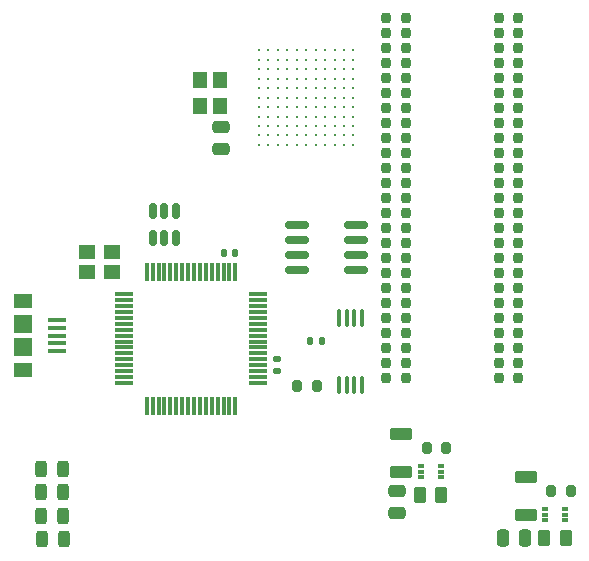
<source format=gtp>
%TF.GenerationSoftware,KiCad,Pcbnew,7.0.10*%
%TF.CreationDate,2024-04-14T10:11:16-07:00*%
%TF.ProjectId,ez_usb_dev_board,657a5f75-7362-45f6-9465-765f626f6172,rev?*%
%TF.SameCoordinates,Original*%
%TF.FileFunction,Paste,Top*%
%TF.FilePolarity,Positive*%
%FSLAX46Y46*%
G04 Gerber Fmt 4.6, Leading zero omitted, Abs format (unit mm)*
G04 Created by KiCad (PCBNEW 7.0.10) date 2024-04-14 10:11:16*
%MOMM*%
%LPD*%
G01*
G04 APERTURE LIST*
G04 Aperture macros list*
%AMRoundRect*
0 Rectangle with rounded corners*
0 $1 Rounding radius*
0 $2 $3 $4 $5 $6 $7 $8 $9 X,Y pos of 4 corners*
0 Add a 4 corners polygon primitive as box body*
4,1,4,$2,$3,$4,$5,$6,$7,$8,$9,$2,$3,0*
0 Add four circle primitives for the rounded corners*
1,1,$1+$1,$2,$3*
1,1,$1+$1,$4,$5*
1,1,$1+$1,$6,$7*
1,1,$1+$1,$8,$9*
0 Add four rect primitives between the rounded corners*
20,1,$1+$1,$2,$3,$4,$5,0*
20,1,$1+$1,$4,$5,$6,$7,0*
20,1,$1+$1,$6,$7,$8,$9,0*
20,1,$1+$1,$8,$9,$2,$3,0*%
G04 Aperture macros list end*
%ADD10C,0.300000*%
%ADD11RoundRect,0.200000X-0.200000X-0.219100X0.200000X-0.219100X0.200000X0.219100X-0.200000X0.219100X0*%
%ADD12RoundRect,0.250000X-0.250000X-0.475000X0.250000X-0.475000X0.250000X0.475000X-0.250000X0.475000X0*%
%ADD13RoundRect,0.200000X-0.200000X-0.275000X0.200000X-0.275000X0.200000X0.275000X-0.200000X0.275000X0*%
%ADD14RoundRect,0.250000X0.475000X-0.250000X0.475000X0.250000X-0.475000X0.250000X-0.475000X-0.250000X0*%
%ADD15RoundRect,0.243750X-0.243750X-0.456250X0.243750X-0.456250X0.243750X0.456250X-0.243750X0.456250X0*%
%ADD16RoundRect,0.075000X-0.700000X-0.075000X0.700000X-0.075000X0.700000X0.075000X-0.700000X0.075000X0*%
%ADD17RoundRect,0.075000X-0.075000X-0.700000X0.075000X-0.700000X0.075000X0.700000X-0.075000X0.700000X0*%
%ADD18RoundRect,0.140000X-0.140000X-0.170000X0.140000X-0.170000X0.140000X0.170000X-0.140000X0.170000X0*%
%ADD19R,1.400000X1.200000*%
%ADD20RoundRect,0.250000X0.262500X0.450000X-0.262500X0.450000X-0.262500X-0.450000X0.262500X-0.450000X0*%
%ADD21RoundRect,0.250000X-0.475000X0.250000X-0.475000X-0.250000X0.475000X-0.250000X0.475000X0.250000X0*%
%ADD22RoundRect,0.250000X0.700000X-0.275000X0.700000X0.275000X-0.700000X0.275000X-0.700000X-0.275000X0*%
%ADD23RoundRect,0.100000X0.100000X-0.637500X0.100000X0.637500X-0.100000X0.637500X-0.100000X-0.637500X0*%
%ADD24R,1.200000X1.400000*%
%ADD25RoundRect,0.150000X-0.825000X-0.150000X0.825000X-0.150000X0.825000X0.150000X-0.825000X0.150000X0*%
%ADD26R,0.475000X0.300000*%
%ADD27RoundRect,0.140000X0.170000X-0.140000X0.170000X0.140000X-0.170000X0.140000X-0.170000X-0.140000X0*%
%ADD28R,1.525000X0.400000*%
%ADD29R,1.525000X0.425000*%
%ADD30R,1.550000X1.200000*%
%ADD31R,1.550000X1.500000*%
%ADD32RoundRect,0.150000X0.150000X-0.512500X0.150000X0.512500X-0.150000X0.512500X-0.150000X-0.512500X0*%
G04 APERTURE END LIST*
D10*
%TO.C,IC1*%
X206500000Y-59600000D03*
X206500000Y-58800000D03*
X206500000Y-58000000D03*
X206500000Y-57200000D03*
X206500000Y-56400000D03*
X206500000Y-55600000D03*
X206500000Y-54800000D03*
X206500000Y-54000000D03*
X206500000Y-53200000D03*
X206500000Y-52400000D03*
X206500000Y-51600000D03*
X207300000Y-59600000D03*
X207300000Y-58800000D03*
X207300000Y-58000000D03*
X207300000Y-57200000D03*
X207300000Y-56400000D03*
X207300000Y-55600000D03*
X207300000Y-54800000D03*
X207300000Y-54000000D03*
X207300000Y-53200000D03*
X207300000Y-52400000D03*
X207300000Y-51600000D03*
X208100000Y-59600000D03*
X208100000Y-58800000D03*
X208100000Y-58000000D03*
X208100000Y-57200000D03*
X208100000Y-56400000D03*
X208100000Y-55600000D03*
X208100000Y-54800000D03*
X208100000Y-54000000D03*
X208100000Y-53200000D03*
X208100000Y-52400000D03*
X208100000Y-51600000D03*
X208900000Y-59600000D03*
X208900000Y-58800000D03*
X208900000Y-58000000D03*
X208900000Y-57200000D03*
X208900000Y-56400000D03*
X208900000Y-55600000D03*
X208900000Y-54800000D03*
X208900000Y-54000000D03*
X208900000Y-53200000D03*
X208900000Y-52400000D03*
X208900000Y-51600000D03*
X209700000Y-59600000D03*
X209700000Y-58800000D03*
X209700000Y-58000000D03*
X209700000Y-57200000D03*
X209700000Y-56400000D03*
X209700000Y-55600000D03*
X209700000Y-54800000D03*
X209700000Y-54000000D03*
X209700000Y-53200000D03*
X209700000Y-52400000D03*
X209700000Y-51600000D03*
X210500000Y-59600000D03*
X210500000Y-58800000D03*
X210500000Y-58000000D03*
X210500000Y-57200000D03*
X210500000Y-56400000D03*
X210500000Y-55600000D03*
X210500000Y-54800000D03*
X210500000Y-54000000D03*
X210500000Y-53200000D03*
X210500000Y-52400000D03*
X210500000Y-51600000D03*
X211300000Y-59600000D03*
X211300000Y-58800000D03*
X211300000Y-58000000D03*
X211300000Y-57200000D03*
X211300000Y-56400000D03*
X211300000Y-55600000D03*
X211300000Y-54800000D03*
X211300000Y-54000000D03*
X211300000Y-53200000D03*
X211300000Y-52400000D03*
X211300000Y-51600000D03*
X212100000Y-59600000D03*
X212100000Y-58800000D03*
X212100000Y-58000000D03*
X212100000Y-57200000D03*
X212100000Y-56400000D03*
X212100000Y-55600000D03*
X212100000Y-54800000D03*
X212100000Y-54000000D03*
X212100000Y-53200000D03*
X212100000Y-52400000D03*
X212100000Y-51600000D03*
X212900000Y-59600000D03*
X212900000Y-58800000D03*
X212900000Y-58000000D03*
X212900000Y-57200000D03*
X212900000Y-56400000D03*
X212900000Y-55600000D03*
X212900000Y-54800000D03*
X212900000Y-54000000D03*
X212900000Y-53200000D03*
X212900000Y-52400000D03*
X212900000Y-51600000D03*
X213700000Y-59600000D03*
X213700000Y-58800000D03*
X213700000Y-58000000D03*
X213700000Y-57200000D03*
X213700000Y-56400000D03*
X213700000Y-55600000D03*
X213700000Y-54800000D03*
X213700000Y-54000000D03*
X213700000Y-53200000D03*
X213700000Y-52400000D03*
X213700000Y-51600000D03*
X214500000Y-59600000D03*
X214500000Y-58800000D03*
X214500000Y-58000000D03*
X214500000Y-57200000D03*
X214500000Y-56400000D03*
X214500000Y-55600000D03*
X214500000Y-54800000D03*
X214500000Y-54000000D03*
X214500000Y-53200000D03*
X214500000Y-52400000D03*
X214500000Y-51600000D03*
%TD*%
D11*
%TO.C,R46*%
X226822500Y-59055000D03*
X228472500Y-59055000D03*
%TD*%
%TO.C,R32*%
X217297500Y-73025000D03*
X218947500Y-73025000D03*
%TD*%
D12*
%TO.C,IC2_C1_0*%
X227137500Y-92900000D03*
X229037500Y-92900000D03*
%TD*%
D11*
%TO.C,R17*%
X217297500Y-53975000D03*
X218947500Y-53975000D03*
%TD*%
%TO.C,R60*%
X226822500Y-76835000D03*
X228472500Y-76835000D03*
%TD*%
%TO.C,R33*%
X217297500Y-74295000D03*
X218947500Y-74295000D03*
%TD*%
D13*
%TO.C,R3*%
X231262500Y-88900000D03*
X232912500Y-88900000D03*
%TD*%
D11*
%TO.C,R16*%
X217297500Y-52705000D03*
X218947500Y-52705000D03*
%TD*%
%TO.C,R58*%
X226822500Y-74295000D03*
X228472500Y-74295000D03*
%TD*%
%TO.C,R44*%
X226822500Y-56515000D03*
X228472500Y-56515000D03*
%TD*%
D14*
%TO.C,IC3_C1_2*%
X218186000Y-90805000D03*
X218186000Y-88905000D03*
%TD*%
D11*
%TO.C,R49*%
X226822500Y-62865000D03*
X228472500Y-62865000D03*
%TD*%
%TO.C,R52*%
X226822500Y-66675000D03*
X228472500Y-66675000D03*
%TD*%
D15*
%TO.C,D3*%
X188062500Y-91000000D03*
X189937500Y-91000000D03*
%TD*%
D11*
%TO.C,R41*%
X226822500Y-52705000D03*
X228472500Y-52705000D03*
%TD*%
%TO.C,R20*%
X217297500Y-57785000D03*
X218947500Y-57785000D03*
%TD*%
%TO.C,R39*%
X226822500Y-50165000D03*
X228472500Y-50165000D03*
%TD*%
%TO.C,R59*%
X226822500Y-75565000D03*
X228472500Y-75565000D03*
%TD*%
%TO.C,R51*%
X226822500Y-65405000D03*
X228472500Y-65405000D03*
%TD*%
%TO.C,R62*%
X226822500Y-79375000D03*
X228472500Y-79375000D03*
%TD*%
D16*
%TO.C,U1*%
X195075000Y-72250000D03*
X195075000Y-72750000D03*
X195075000Y-73250000D03*
X195075000Y-73750000D03*
X195075000Y-74250000D03*
X195075000Y-74750000D03*
X195075000Y-75250000D03*
X195075000Y-75750000D03*
X195075000Y-76250000D03*
X195075000Y-76750000D03*
X195075000Y-77250000D03*
X195075000Y-77750000D03*
X195075000Y-78250000D03*
X195075000Y-78750000D03*
X195075000Y-79250000D03*
X195075000Y-79750000D03*
D17*
X197000000Y-81675000D03*
X197500000Y-81675000D03*
X198000000Y-81675000D03*
X198500000Y-81675000D03*
X199000000Y-81675000D03*
X199500000Y-81675000D03*
X200000000Y-81675000D03*
X200500000Y-81675000D03*
X201000000Y-81675000D03*
X201500000Y-81675000D03*
X202000000Y-81675000D03*
X202500000Y-81675000D03*
X203000000Y-81675000D03*
X203500000Y-81675000D03*
X204000000Y-81675000D03*
X204500000Y-81675000D03*
D16*
X206425000Y-79750000D03*
X206425000Y-79250000D03*
X206425000Y-78750000D03*
X206425000Y-78250000D03*
X206425000Y-77750000D03*
X206425000Y-77250000D03*
X206425000Y-76750000D03*
X206425000Y-76250000D03*
X206425000Y-75750000D03*
X206425000Y-75250000D03*
X206425000Y-74750000D03*
X206425000Y-74250000D03*
X206425000Y-73750000D03*
X206425000Y-73250000D03*
X206425000Y-72750000D03*
X206425000Y-72250000D03*
D17*
X204500000Y-70325000D03*
X204000000Y-70325000D03*
X203500000Y-70325000D03*
X203000000Y-70325000D03*
X202500000Y-70325000D03*
X202000000Y-70325000D03*
X201500000Y-70325000D03*
X201000000Y-70325000D03*
X200500000Y-70325000D03*
X200000000Y-70325000D03*
X199500000Y-70325000D03*
X199000000Y-70325000D03*
X198500000Y-70325000D03*
X198000000Y-70325000D03*
X197500000Y-70325000D03*
X197000000Y-70325000D03*
%TD*%
D18*
%TO.C,U4C0_2*%
X210848000Y-76200000D03*
X211808000Y-76200000D03*
%TD*%
D19*
%TO.C,Y2*%
X191900000Y-70350000D03*
X194100000Y-70350000D03*
X194100000Y-68650000D03*
X191900000Y-68650000D03*
%TD*%
D11*
%TO.C,R26*%
X217297500Y-65405000D03*
X218947500Y-65405000D03*
%TD*%
%TO.C,R24*%
X217297500Y-62865000D03*
X218947500Y-62865000D03*
%TD*%
%TO.C,R57*%
X226822500Y-73025000D03*
X228472500Y-73025000D03*
%TD*%
%TO.C,R30*%
X217297500Y-70485000D03*
X218947500Y-70485000D03*
%TD*%
%TO.C,R27*%
X217297500Y-66675000D03*
X218947500Y-66675000D03*
%TD*%
%TO.C,R40*%
X226822500Y-51435000D03*
X228472500Y-51435000D03*
%TD*%
%TO.C,R14*%
X217297500Y-50165000D03*
X218947500Y-50165000D03*
%TD*%
%TO.C,R43*%
X226822500Y-55245000D03*
X228472500Y-55245000D03*
%TD*%
%TO.C,R50*%
X226822500Y-64135000D03*
X228472500Y-64135000D03*
%TD*%
%TO.C,R15*%
X217297500Y-51435000D03*
X218947500Y-51435000D03*
%TD*%
D15*
%TO.C,D4*%
X188125000Y-93000000D03*
X190000000Y-93000000D03*
%TD*%
D20*
%TO.C,CBOOT1*%
X221948500Y-89255000D03*
X220123500Y-89255000D03*
%TD*%
D11*
%TO.C,R23*%
X217297500Y-61595000D03*
X218947500Y-61595000D03*
%TD*%
%TO.C,R34*%
X217297500Y-75565000D03*
X218947500Y-75565000D03*
%TD*%
D13*
%TO.C,R5*%
X220711000Y-85255000D03*
X222361000Y-85255000D03*
%TD*%
D11*
%TO.C,R47*%
X226822500Y-60325000D03*
X228472500Y-60325000D03*
%TD*%
%TO.C,R13*%
X217297500Y-48895000D03*
X218947500Y-48895000D03*
%TD*%
%TO.C,R37*%
X217297500Y-79375000D03*
X218947500Y-79375000D03*
%TD*%
%TO.C,R55*%
X226822500Y-70485000D03*
X228472500Y-70485000D03*
%TD*%
%TO.C,R61*%
X226822500Y-78105000D03*
X228472500Y-78105000D03*
%TD*%
D21*
%TO.C,C19*%
X203300000Y-58050000D03*
X203300000Y-59950000D03*
%TD*%
D11*
%TO.C,R28*%
X217297500Y-67945000D03*
X218947500Y-67945000D03*
%TD*%
D22*
%TO.C,L4*%
X218536000Y-87255000D03*
X218536000Y-84105000D03*
%TD*%
D11*
%TO.C,R53*%
X226822500Y-67945000D03*
X228472500Y-67945000D03*
%TD*%
%TO.C,R36*%
X217297500Y-78105000D03*
X218947500Y-78105000D03*
%TD*%
D15*
%TO.C,D1*%
X188062500Y-87000000D03*
X189937500Y-87000000D03*
%TD*%
D11*
%TO.C,R31*%
X217297500Y-71755000D03*
X218947500Y-71755000D03*
%TD*%
D23*
%TO.C,U4*%
X213274000Y-79951500D03*
X213924000Y-79951500D03*
X214574000Y-79951500D03*
X215224000Y-79951500D03*
X215224000Y-74226500D03*
X214574000Y-74226500D03*
X213924000Y-74226500D03*
X213274000Y-74226500D03*
%TD*%
D18*
%TO.C,U1C0_6*%
X203520000Y-68750000D03*
X204480000Y-68750000D03*
%TD*%
D24*
%TO.C,Y1*%
X203200000Y-54100000D03*
X203200000Y-56300000D03*
X201500000Y-56300000D03*
X201500000Y-54100000D03*
%TD*%
D11*
%TO.C,R54*%
X226822500Y-69215000D03*
X228472500Y-69215000D03*
%TD*%
%TO.C,R38*%
X226822500Y-48895000D03*
X228472500Y-48895000D03*
%TD*%
D25*
%TO.C,U3*%
X209725000Y-66395000D03*
X209725000Y-67665000D03*
X209725000Y-68935000D03*
X209725000Y-70205000D03*
X214675000Y-70205000D03*
X214675000Y-68935000D03*
X214675000Y-67665000D03*
X214675000Y-66395000D03*
%TD*%
D26*
%TO.C,IC2*%
X230749500Y-90400000D03*
X230749500Y-90900000D03*
X230749500Y-91400000D03*
X232425500Y-91400000D03*
X232425500Y-90900000D03*
X232425500Y-90400000D03*
%TD*%
D11*
%TO.C,R22*%
X217297500Y-60325000D03*
X218947500Y-60325000D03*
%TD*%
D20*
%TO.C,CBOOT0*%
X232500000Y-92900000D03*
X230675000Y-92900000D03*
%TD*%
D13*
%TO.C,R121*%
X209741000Y-80010000D03*
X211391000Y-80010000D03*
%TD*%
D27*
%TO.C,U1C0_5*%
X208000000Y-78730000D03*
X208000000Y-77770000D03*
%TD*%
D11*
%TO.C,R29*%
X217297500Y-69215000D03*
X218947500Y-69215000D03*
%TD*%
D15*
%TO.C,D2*%
X188062500Y-89000000D03*
X189937500Y-89000000D03*
%TD*%
D11*
%TO.C,R45*%
X226822500Y-57785000D03*
X228472500Y-57785000D03*
%TD*%
%TO.C,R25*%
X217297500Y-64135000D03*
X218947500Y-64135000D03*
%TD*%
%TO.C,R42*%
X226822500Y-53975000D03*
X228472500Y-53975000D03*
%TD*%
%TO.C,R35*%
X217297500Y-76835000D03*
X218947500Y-76835000D03*
%TD*%
D28*
%TO.C,MICRO_USB1*%
X189427500Y-74450000D03*
D29*
X189427500Y-75087500D03*
D28*
X189427500Y-75750000D03*
X189427500Y-76400000D03*
D29*
X189427500Y-77037500D03*
D30*
X186540000Y-72850000D03*
D31*
X186540000Y-74750000D03*
X186540000Y-76750000D03*
D30*
X186540000Y-78650000D03*
%TD*%
D11*
%TO.C,R48*%
X226822500Y-61595000D03*
X228472500Y-61595000D03*
%TD*%
%TO.C,R18*%
X217297500Y-55245000D03*
X218947500Y-55245000D03*
%TD*%
%TO.C,R21*%
X217297500Y-59055000D03*
X218947500Y-59055000D03*
%TD*%
%TO.C,R56*%
X226822500Y-71755000D03*
X228472500Y-71755000D03*
%TD*%
%TO.C,R19*%
X217297500Y-56515000D03*
X218947500Y-56515000D03*
%TD*%
D32*
%TO.C,U2*%
X197550000Y-67487500D03*
X198500000Y-67487500D03*
X199450000Y-67487500D03*
X199450000Y-65212500D03*
X198500000Y-65212500D03*
X197550000Y-65212500D03*
%TD*%
D22*
%TO.C,L3*%
X229087500Y-90900000D03*
X229087500Y-87750000D03*
%TD*%
D26*
%TO.C,IC3*%
X220198000Y-86755000D03*
X220198000Y-87255000D03*
X220198000Y-87755000D03*
X221874000Y-87755000D03*
X221874000Y-87255000D03*
X221874000Y-86755000D03*
%TD*%
M02*

</source>
